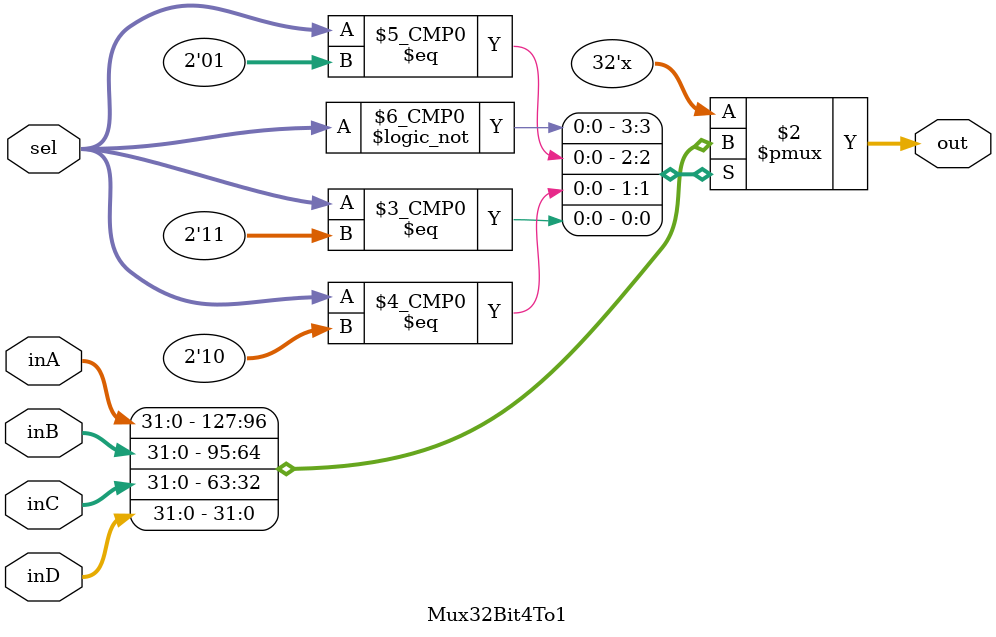
<source format=v>
`timescale 1ns / 1ps


module Mux32Bit4To1(out, inA, inB, inC, inD, sel);

    output reg [31:0] out;
    
    input [31:0] inA;
    input [31:0] inB;
    input [31:0] inC, inD;
    input [1:0] sel;

    /* Fill in the implementation here ... */ 
always @(*) begin
   case(sel)
        2'b00: out = inA;
        2'b01: out = inB;
        2'b10: out = inC;
        2'b11: out = inD;
        default: out = inA;
   endcase
end
            
endmodule

</source>
